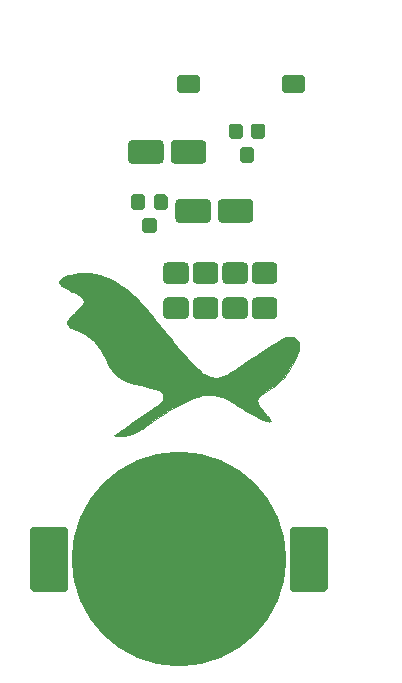
<source format=gbr>
G04 #@! TF.GenerationSoftware,KiCad,Pcbnew,(5.1.7)-1*
G04 #@! TF.CreationDate,2020-12-19T00:30:41-03:00*
G04 #@! TF.ProjectId,Sorting Hat,536f7274-696e-4672-9048-61742e6b6963,rev?*
G04 #@! TF.SameCoordinates,Original*
G04 #@! TF.FileFunction,Soldermask,Bot*
G04 #@! TF.FilePolarity,Negative*
%FSLAX46Y46*%
G04 Gerber Fmt 4.6, Leading zero omitted, Abs format (unit mm)*
G04 Created by KiCad (PCBNEW (5.1.7)-1) date 2020-12-19 00:30:41*
%MOMM*%
%LPD*%
G01*
G04 APERTURE LIST*
%ADD10C,0.010000*%
%ADD11C,18.180000*%
G04 APERTURE END LIST*
D10*
G36*
X153228099Y-67281394D02*
G01*
X153659338Y-67335713D01*
X154082171Y-67429415D01*
X154498968Y-67562755D01*
X154744612Y-67660809D01*
X155077619Y-67819920D01*
X155423316Y-68016630D01*
X155779149Y-68249043D01*
X156142566Y-68515265D01*
X156511013Y-68813399D01*
X156881936Y-69141552D01*
X157252781Y-69497828D01*
X157344310Y-69590182D01*
X157463526Y-69712603D01*
X157576580Y-69830989D01*
X157686590Y-69948964D01*
X157796672Y-70070150D01*
X157909943Y-70198169D01*
X158029519Y-70336645D01*
X158158517Y-70489200D01*
X158300054Y-70659457D01*
X158457246Y-70851038D01*
X158633210Y-71067566D01*
X158831063Y-71312665D01*
X158901467Y-71400158D01*
X159301809Y-71895670D01*
X159679369Y-72358121D01*
X160035583Y-72789170D01*
X160371885Y-73190479D01*
X160689712Y-73563707D01*
X160990497Y-73910517D01*
X161275677Y-74232569D01*
X161546685Y-74531523D01*
X161804958Y-74809041D01*
X162051930Y-75066782D01*
X162200166Y-75217539D01*
X162357994Y-75374476D01*
X162493221Y-75504135D01*
X162611297Y-75610942D01*
X162717670Y-75699325D01*
X162817790Y-75773711D01*
X162917105Y-75838529D01*
X163021066Y-75898206D01*
X163069443Y-75923851D01*
X163247583Y-76007891D01*
X163411339Y-76064851D01*
X163575478Y-76098347D01*
X163754771Y-76111996D01*
X163840583Y-76112660D01*
X163967364Y-76109724D01*
X164067544Y-76101994D01*
X164156771Y-76087401D01*
X164250688Y-76063876D01*
X164285083Y-76053887D01*
X164360975Y-76030271D01*
X164436165Y-76004290D01*
X164512934Y-75974577D01*
X164593569Y-75939767D01*
X164680353Y-75898491D01*
X164775571Y-75849383D01*
X164881507Y-75791077D01*
X165000445Y-75722206D01*
X165134670Y-75641402D01*
X165286465Y-75547298D01*
X165458116Y-75438529D01*
X165651906Y-75313727D01*
X165870120Y-75171526D01*
X166115042Y-75010558D01*
X166388956Y-74829457D01*
X166694147Y-74626855D01*
X166909750Y-74483404D01*
X167265239Y-74246912D01*
X167587637Y-74032897D01*
X167878928Y-73840131D01*
X168141098Y-73667389D01*
X168376130Y-73513444D01*
X168586009Y-73377069D01*
X168772720Y-73257038D01*
X168938246Y-73152124D01*
X169084573Y-73061102D01*
X169213684Y-72982744D01*
X169327565Y-72915824D01*
X169428199Y-72859115D01*
X169517572Y-72811392D01*
X169597667Y-72771427D01*
X169670470Y-72737994D01*
X169737964Y-72709867D01*
X169802135Y-72685818D01*
X169838585Y-72673265D01*
X170007034Y-72637698D01*
X170179841Y-72639252D01*
X170345951Y-72677253D01*
X170421252Y-72708827D01*
X170557121Y-72793589D01*
X170687177Y-72907183D01*
X170799536Y-73037614D01*
X170882315Y-73172888D01*
X170883502Y-73175380D01*
X170918980Y-73255490D01*
X170939786Y-73321563D01*
X170949681Y-73391376D01*
X170952429Y-73482708D01*
X170952456Y-73501166D01*
X170951492Y-73572417D01*
X170947109Y-73631950D01*
X170936904Y-73689269D01*
X170918473Y-73753877D01*
X170889411Y-73835279D01*
X170847315Y-73942979D01*
X170829316Y-73988000D01*
X170782459Y-74099987D01*
X170721232Y-74238992D01*
X170650522Y-74394332D01*
X170575215Y-74555323D01*
X170500196Y-74711282D01*
X170475960Y-74760583D01*
X170328393Y-75049895D01*
X170187900Y-75305164D01*
X170049919Y-75533048D01*
X169909885Y-75740204D01*
X169763233Y-75933292D01*
X169605400Y-76118970D01*
X169431821Y-76303895D01*
X169386921Y-76349297D01*
X169209892Y-76520488D01*
X169043053Y-76667257D01*
X168873724Y-76799551D01*
X168689223Y-76927319D01*
X168492050Y-77051321D01*
X168219242Y-77222153D01*
X167985780Y-77379770D01*
X167791786Y-77524075D01*
X167637381Y-77654966D01*
X167522686Y-77772344D01*
X167447823Y-77876108D01*
X167421295Y-77934062D01*
X167394720Y-78029091D01*
X167388286Y-78110498D01*
X167401775Y-78198304D01*
X167417774Y-78257147D01*
X167459179Y-78357856D01*
X167529648Y-78482750D01*
X167626411Y-78628109D01*
X167746697Y-78790214D01*
X167887734Y-78965346D01*
X168046753Y-79149786D01*
X168220982Y-79339814D01*
X168237092Y-79356829D01*
X168336171Y-79463170D01*
X168407951Y-79545234D01*
X168456050Y-79607661D01*
X168484089Y-79655089D01*
X168494905Y-79687363D01*
X168501586Y-79755126D01*
X168489058Y-79800383D01*
X168453191Y-79824497D01*
X168389854Y-79828835D01*
X168294919Y-79814761D01*
X168186311Y-79789344D01*
X168076084Y-79758296D01*
X167960819Y-79719613D01*
X167834671Y-79670853D01*
X167691795Y-79609572D01*
X167526345Y-79533326D01*
X167332476Y-79439673D01*
X167237833Y-79392902D01*
X167068636Y-79307528D01*
X166908305Y-79223594D01*
X166751413Y-79137867D01*
X166592534Y-79047117D01*
X166426241Y-78948114D01*
X166247110Y-78837626D01*
X166049713Y-78712422D01*
X165828624Y-78569272D01*
X165578417Y-78404944D01*
X165576890Y-78403936D01*
X165420421Y-78301777D01*
X165263662Y-78201535D01*
X165112974Y-78107126D01*
X164974717Y-78022464D01*
X164855251Y-77951467D01*
X164760938Y-77898051D01*
X164721406Y-77877239D01*
X164399850Y-77735428D01*
X164077209Y-77633567D01*
X163751151Y-77571547D01*
X163419345Y-77549257D01*
X163079458Y-77566588D01*
X162729157Y-77623430D01*
X162366112Y-77719671D01*
X162242500Y-77760269D01*
X161920945Y-77877360D01*
X161596992Y-78008953D01*
X161267829Y-78156634D01*
X160930642Y-78321988D01*
X160582620Y-78506601D01*
X160220951Y-78712060D01*
X159842822Y-78939950D01*
X159445420Y-79191856D01*
X159025935Y-79469366D01*
X158581552Y-79774064D01*
X158220833Y-80028071D01*
X158070692Y-80134111D01*
X157920956Y-80238442D01*
X157777819Y-80336852D01*
X157647471Y-80425129D01*
X157536108Y-80499061D01*
X157449920Y-80554436D01*
X157419465Y-80573097D01*
X157096022Y-80746698D01*
X156776055Y-80878956D01*
X156457750Y-80970532D01*
X156205693Y-81014619D01*
X156097782Y-81024079D01*
X155961436Y-81030084D01*
X155810418Y-81032587D01*
X155658489Y-81031543D01*
X155519410Y-81026908D01*
X155406943Y-81018634D01*
X155395083Y-81017299D01*
X155289250Y-81004750D01*
X155363333Y-80949626D01*
X155394434Y-80927374D01*
X155456892Y-80883457D01*
X155547244Y-80820287D01*
X155662027Y-80740273D01*
X155797776Y-80645826D01*
X155951029Y-80539357D01*
X156118321Y-80423277D01*
X156296190Y-80299996D01*
X156400500Y-80227761D01*
X156620053Y-80075762D01*
X156861311Y-79908733D01*
X157115860Y-79732499D01*
X157375290Y-79552883D01*
X157631188Y-79375710D01*
X157875141Y-79206803D01*
X158098739Y-79051987D01*
X158242000Y-78952793D01*
X158417633Y-78830622D01*
X158585619Y-78712698D01*
X158742134Y-78601780D01*
X158883354Y-78500626D01*
X159005457Y-78411994D01*
X159104619Y-78338642D01*
X159177017Y-78283328D01*
X159218827Y-78248810D01*
X159221905Y-78245908D01*
X159331238Y-78118251D01*
X159400733Y-77984432D01*
X159432884Y-77838815D01*
X159435772Y-77762315D01*
X159415900Y-77599276D01*
X159360628Y-77458323D01*
X159269099Y-77338207D01*
X159140453Y-77237682D01*
X159036752Y-77182359D01*
X158990131Y-77165130D01*
X158906214Y-77138793D01*
X158788804Y-77104397D01*
X158641702Y-77062995D01*
X158468710Y-77015636D01*
X158273628Y-76963371D01*
X158060259Y-76907251D01*
X157832403Y-76848327D01*
X157776333Y-76833974D01*
X157557122Y-76777546D01*
X157344450Y-76721996D01*
X157142946Y-76668588D01*
X156957240Y-76618583D01*
X156791961Y-76573247D01*
X156651739Y-76533840D01*
X156541203Y-76501627D01*
X156464983Y-76477871D01*
X156442833Y-76470172D01*
X156099346Y-76322173D01*
X155784806Y-76143421D01*
X155499398Y-75934064D01*
X155243305Y-75694253D01*
X155016713Y-75424139D01*
X154852300Y-75178895D01*
X154805351Y-75095643D01*
X154747672Y-74984905D01*
X154685013Y-74858189D01*
X154623121Y-74727004D01*
X154590089Y-74653964D01*
X154530796Y-74523695D01*
X154467216Y-74389529D01*
X154405232Y-74263529D01*
X154350729Y-74157762D01*
X154326041Y-74112530D01*
X154085513Y-73725753D01*
X153817643Y-73371284D01*
X153522268Y-73048982D01*
X153199226Y-72758706D01*
X152848353Y-72500316D01*
X152469485Y-72273670D01*
X152062460Y-72078628D01*
X151889396Y-72008529D01*
X151718030Y-71938724D01*
X151583002Y-71874321D01*
X151479227Y-71812001D01*
X151401618Y-71748443D01*
X151345087Y-71680329D01*
X151319571Y-71636680D01*
X151283254Y-71524442D01*
X151285437Y-71403800D01*
X151326512Y-71272857D01*
X151406868Y-71129717D01*
X151431054Y-71094720D01*
X151464853Y-71055398D01*
X151525709Y-70992830D01*
X151608804Y-70911634D01*
X151709324Y-70816426D01*
X151822453Y-70711824D01*
X151943375Y-70602445D01*
X151959553Y-70587993D01*
X152137907Y-70426621D01*
X152285319Y-70287514D01*
X152404443Y-70167184D01*
X152497933Y-70062139D01*
X152568444Y-69968890D01*
X152618630Y-69883945D01*
X152651145Y-69803816D01*
X152668643Y-69725012D01*
X152673772Y-69648833D01*
X152653310Y-69521043D01*
X152590756Y-69396412D01*
X152486246Y-69275144D01*
X152339918Y-69157439D01*
X152339059Y-69156844D01*
X152299209Y-69132948D01*
X152226220Y-69092917D01*
X152124954Y-69039275D01*
X152000274Y-68974545D01*
X151857041Y-68901249D01*
X151700118Y-68821910D01*
X151534365Y-68739052D01*
X151524143Y-68733972D01*
X151341158Y-68642228D01*
X151175066Y-68557268D01*
X151029609Y-68481100D01*
X150908529Y-68415735D01*
X150815566Y-68363180D01*
X150754463Y-68325445D01*
X150732716Y-68308987D01*
X150664117Y-68216890D01*
X150630894Y-68111297D01*
X150630966Y-67998433D01*
X150662249Y-67884523D01*
X150722660Y-67775794D01*
X150810118Y-67678470D01*
X150922540Y-67598777D01*
X150979654Y-67570783D01*
X151070787Y-67537304D01*
X151195154Y-67499875D01*
X151344098Y-67460647D01*
X151508962Y-67421766D01*
X151681089Y-67385383D01*
X151851821Y-67353646D01*
X151860250Y-67352206D01*
X152330925Y-67289894D01*
X152786085Y-67266206D01*
X153228099Y-67281394D01*
G37*
X153228099Y-67281394D02*
X153659338Y-67335713D01*
X154082171Y-67429415D01*
X154498968Y-67562755D01*
X154744612Y-67660809D01*
X155077619Y-67819920D01*
X155423316Y-68016630D01*
X155779149Y-68249043D01*
X156142566Y-68515265D01*
X156511013Y-68813399D01*
X156881936Y-69141552D01*
X157252781Y-69497828D01*
X157344310Y-69590182D01*
X157463526Y-69712603D01*
X157576580Y-69830989D01*
X157686590Y-69948964D01*
X157796672Y-70070150D01*
X157909943Y-70198169D01*
X158029519Y-70336645D01*
X158158517Y-70489200D01*
X158300054Y-70659457D01*
X158457246Y-70851038D01*
X158633210Y-71067566D01*
X158831063Y-71312665D01*
X158901467Y-71400158D01*
X159301809Y-71895670D01*
X159679369Y-72358121D01*
X160035583Y-72789170D01*
X160371885Y-73190479D01*
X160689712Y-73563707D01*
X160990497Y-73910517D01*
X161275677Y-74232569D01*
X161546685Y-74531523D01*
X161804958Y-74809041D01*
X162051930Y-75066782D01*
X162200166Y-75217539D01*
X162357994Y-75374476D01*
X162493221Y-75504135D01*
X162611297Y-75610942D01*
X162717670Y-75699325D01*
X162817790Y-75773711D01*
X162917105Y-75838529D01*
X163021066Y-75898206D01*
X163069443Y-75923851D01*
X163247583Y-76007891D01*
X163411339Y-76064851D01*
X163575478Y-76098347D01*
X163754771Y-76111996D01*
X163840583Y-76112660D01*
X163967364Y-76109724D01*
X164067544Y-76101994D01*
X164156771Y-76087401D01*
X164250688Y-76063876D01*
X164285083Y-76053887D01*
X164360975Y-76030271D01*
X164436165Y-76004290D01*
X164512934Y-75974577D01*
X164593569Y-75939767D01*
X164680353Y-75898491D01*
X164775571Y-75849383D01*
X164881507Y-75791077D01*
X165000445Y-75722206D01*
X165134670Y-75641402D01*
X165286465Y-75547298D01*
X165458116Y-75438529D01*
X165651906Y-75313727D01*
X165870120Y-75171526D01*
X166115042Y-75010558D01*
X166388956Y-74829457D01*
X166694147Y-74626855D01*
X166909750Y-74483404D01*
X167265239Y-74246912D01*
X167587637Y-74032897D01*
X167878928Y-73840131D01*
X168141098Y-73667389D01*
X168376130Y-73513444D01*
X168586009Y-73377069D01*
X168772720Y-73257038D01*
X168938246Y-73152124D01*
X169084573Y-73061102D01*
X169213684Y-72982744D01*
X169327565Y-72915824D01*
X169428199Y-72859115D01*
X169517572Y-72811392D01*
X169597667Y-72771427D01*
X169670470Y-72737994D01*
X169737964Y-72709867D01*
X169802135Y-72685818D01*
X169838585Y-72673265D01*
X170007034Y-72637698D01*
X170179841Y-72639252D01*
X170345951Y-72677253D01*
X170421252Y-72708827D01*
X170557121Y-72793589D01*
X170687177Y-72907183D01*
X170799536Y-73037614D01*
X170882315Y-73172888D01*
X170883502Y-73175380D01*
X170918980Y-73255490D01*
X170939786Y-73321563D01*
X170949681Y-73391376D01*
X170952429Y-73482708D01*
X170952456Y-73501166D01*
X170951492Y-73572417D01*
X170947109Y-73631950D01*
X170936904Y-73689269D01*
X170918473Y-73753877D01*
X170889411Y-73835279D01*
X170847315Y-73942979D01*
X170829316Y-73988000D01*
X170782459Y-74099987D01*
X170721232Y-74238992D01*
X170650522Y-74394332D01*
X170575215Y-74555323D01*
X170500196Y-74711282D01*
X170475960Y-74760583D01*
X170328393Y-75049895D01*
X170187900Y-75305164D01*
X170049919Y-75533048D01*
X169909885Y-75740204D01*
X169763233Y-75933292D01*
X169605400Y-76118970D01*
X169431821Y-76303895D01*
X169386921Y-76349297D01*
X169209892Y-76520488D01*
X169043053Y-76667257D01*
X168873724Y-76799551D01*
X168689223Y-76927319D01*
X168492050Y-77051321D01*
X168219242Y-77222153D01*
X167985780Y-77379770D01*
X167791786Y-77524075D01*
X167637381Y-77654966D01*
X167522686Y-77772344D01*
X167447823Y-77876108D01*
X167421295Y-77934062D01*
X167394720Y-78029091D01*
X167388286Y-78110498D01*
X167401775Y-78198304D01*
X167417774Y-78257147D01*
X167459179Y-78357856D01*
X167529648Y-78482750D01*
X167626411Y-78628109D01*
X167746697Y-78790214D01*
X167887734Y-78965346D01*
X168046753Y-79149786D01*
X168220982Y-79339814D01*
X168237092Y-79356829D01*
X168336171Y-79463170D01*
X168407951Y-79545234D01*
X168456050Y-79607661D01*
X168484089Y-79655089D01*
X168494905Y-79687363D01*
X168501586Y-79755126D01*
X168489058Y-79800383D01*
X168453191Y-79824497D01*
X168389854Y-79828835D01*
X168294919Y-79814761D01*
X168186311Y-79789344D01*
X168076084Y-79758296D01*
X167960819Y-79719613D01*
X167834671Y-79670853D01*
X167691795Y-79609572D01*
X167526345Y-79533326D01*
X167332476Y-79439673D01*
X167237833Y-79392902D01*
X167068636Y-79307528D01*
X166908305Y-79223594D01*
X166751413Y-79137867D01*
X166592534Y-79047117D01*
X166426241Y-78948114D01*
X166247110Y-78837626D01*
X166049713Y-78712422D01*
X165828624Y-78569272D01*
X165578417Y-78404944D01*
X165576890Y-78403936D01*
X165420421Y-78301777D01*
X165263662Y-78201535D01*
X165112974Y-78107126D01*
X164974717Y-78022464D01*
X164855251Y-77951467D01*
X164760938Y-77898051D01*
X164721406Y-77877239D01*
X164399850Y-77735428D01*
X164077209Y-77633567D01*
X163751151Y-77571547D01*
X163419345Y-77549257D01*
X163079458Y-77566588D01*
X162729157Y-77623430D01*
X162366112Y-77719671D01*
X162242500Y-77760269D01*
X161920945Y-77877360D01*
X161596992Y-78008953D01*
X161267829Y-78156634D01*
X160930642Y-78321988D01*
X160582620Y-78506601D01*
X160220951Y-78712060D01*
X159842822Y-78939950D01*
X159445420Y-79191856D01*
X159025935Y-79469366D01*
X158581552Y-79774064D01*
X158220833Y-80028071D01*
X158070692Y-80134111D01*
X157920956Y-80238442D01*
X157777819Y-80336852D01*
X157647471Y-80425129D01*
X157536108Y-80499061D01*
X157449920Y-80554436D01*
X157419465Y-80573097D01*
X157096022Y-80746698D01*
X156776055Y-80878956D01*
X156457750Y-80970532D01*
X156205693Y-81014619D01*
X156097782Y-81024079D01*
X155961436Y-81030084D01*
X155810418Y-81032587D01*
X155658489Y-81031543D01*
X155519410Y-81026908D01*
X155406943Y-81018634D01*
X155395083Y-81017299D01*
X155289250Y-81004750D01*
X155363333Y-80949626D01*
X155394434Y-80927374D01*
X155456892Y-80883457D01*
X155547244Y-80820287D01*
X155662027Y-80740273D01*
X155797776Y-80645826D01*
X155951029Y-80539357D01*
X156118321Y-80423277D01*
X156296190Y-80299996D01*
X156400500Y-80227761D01*
X156620053Y-80075762D01*
X156861311Y-79908733D01*
X157115860Y-79732499D01*
X157375290Y-79552883D01*
X157631188Y-79375710D01*
X157875141Y-79206803D01*
X158098739Y-79051987D01*
X158242000Y-78952793D01*
X158417633Y-78830622D01*
X158585619Y-78712698D01*
X158742134Y-78601780D01*
X158883354Y-78500626D01*
X159005457Y-78411994D01*
X159104619Y-78338642D01*
X159177017Y-78283328D01*
X159218827Y-78248810D01*
X159221905Y-78245908D01*
X159331238Y-78118251D01*
X159400733Y-77984432D01*
X159432884Y-77838815D01*
X159435772Y-77762315D01*
X159415900Y-77599276D01*
X159360628Y-77458323D01*
X159269099Y-77338207D01*
X159140453Y-77237682D01*
X159036752Y-77182359D01*
X158990131Y-77165130D01*
X158906214Y-77138793D01*
X158788804Y-77104397D01*
X158641702Y-77062995D01*
X158468710Y-77015636D01*
X158273628Y-76963371D01*
X158060259Y-76907251D01*
X157832403Y-76848327D01*
X157776333Y-76833974D01*
X157557122Y-76777546D01*
X157344450Y-76721996D01*
X157142946Y-76668588D01*
X156957240Y-76618583D01*
X156791961Y-76573247D01*
X156651739Y-76533840D01*
X156541203Y-76501627D01*
X156464983Y-76477871D01*
X156442833Y-76470172D01*
X156099346Y-76322173D01*
X155784806Y-76143421D01*
X155499398Y-75934064D01*
X155243305Y-75694253D01*
X155016713Y-75424139D01*
X154852300Y-75178895D01*
X154805351Y-75095643D01*
X154747672Y-74984905D01*
X154685013Y-74858189D01*
X154623121Y-74727004D01*
X154590089Y-74653964D01*
X154530796Y-74523695D01*
X154467216Y-74389529D01*
X154405232Y-74263529D01*
X154350729Y-74157762D01*
X154326041Y-74112530D01*
X154085513Y-73725753D01*
X153817643Y-73371284D01*
X153522268Y-73048982D01*
X153199226Y-72758706D01*
X152848353Y-72500316D01*
X152469485Y-72273670D01*
X152062460Y-72078628D01*
X151889396Y-72008529D01*
X151718030Y-71938724D01*
X151583002Y-71874321D01*
X151479227Y-71812001D01*
X151401618Y-71748443D01*
X151345087Y-71680329D01*
X151319571Y-71636680D01*
X151283254Y-71524442D01*
X151285437Y-71403800D01*
X151326512Y-71272857D01*
X151406868Y-71129717D01*
X151431054Y-71094720D01*
X151464853Y-71055398D01*
X151525709Y-70992830D01*
X151608804Y-70911634D01*
X151709324Y-70816426D01*
X151822453Y-70711824D01*
X151943375Y-70602445D01*
X151959553Y-70587993D01*
X152137907Y-70426621D01*
X152285319Y-70287514D01*
X152404443Y-70167184D01*
X152497933Y-70062139D01*
X152568444Y-69968890D01*
X152618630Y-69883945D01*
X152651145Y-69803816D01*
X152668643Y-69725012D01*
X152673772Y-69648833D01*
X152653310Y-69521043D01*
X152590756Y-69396412D01*
X152486246Y-69275144D01*
X152339918Y-69157439D01*
X152339059Y-69156844D01*
X152299209Y-69132948D01*
X152226220Y-69092917D01*
X152124954Y-69039275D01*
X152000274Y-68974545D01*
X151857041Y-68901249D01*
X151700118Y-68821910D01*
X151534365Y-68739052D01*
X151524143Y-68733972D01*
X151341158Y-68642228D01*
X151175066Y-68557268D01*
X151029609Y-68481100D01*
X150908529Y-68415735D01*
X150815566Y-68363180D01*
X150754463Y-68325445D01*
X150732716Y-68308987D01*
X150664117Y-68216890D01*
X150630894Y-68111297D01*
X150630966Y-67998433D01*
X150662249Y-67884523D01*
X150722660Y-67775794D01*
X150810118Y-67678470D01*
X150922540Y-67598777D01*
X150979654Y-67570783D01*
X151070787Y-67537304D01*
X151195154Y-67499875D01*
X151344098Y-67460647D01*
X151508962Y-67421766D01*
X151681089Y-67385383D01*
X151851821Y-67353646D01*
X151860250Y-67352206D01*
X152330925Y-67289894D01*
X152786085Y-67266206D01*
X153228099Y-67281394D01*
G36*
G01*
X160599999Y-51800000D02*
X160599999Y-50700000D01*
G75*
G02*
X160799999Y-50500000I200000J0D01*
G01*
X162299999Y-50500000D01*
G75*
G02*
X162499999Y-50700000I0J-200000D01*
G01*
X162499999Y-51800000D01*
G75*
G02*
X162299999Y-52000000I-200000J0D01*
G01*
X160799999Y-52000000D01*
G75*
G02*
X160599999Y-51800000I0J200000D01*
G01*
G37*
G36*
G01*
X169500001Y-51800000D02*
X169500001Y-50700000D01*
G75*
G02*
X169700001Y-50500000I200000J0D01*
G01*
X171200001Y-50500000D01*
G75*
G02*
X171400001Y-50700000I0J-200000D01*
G01*
X171400001Y-51800000D01*
G75*
G02*
X171200001Y-52000000I-200000J0D01*
G01*
X169700001Y-52000000D01*
G75*
G02*
X169500001Y-51800000I0J200000D01*
G01*
G37*
G36*
G01*
X148170000Y-94040001D02*
X148170000Y-88959999D01*
G75*
G02*
X148369999Y-88760000I199999J0D01*
G01*
X151160001Y-88760000D01*
G75*
G02*
X151360000Y-88959999I0J-199999D01*
G01*
X151360000Y-94040001D01*
G75*
G02*
X151160001Y-94240000I-199999J0D01*
G01*
X148369999Y-94240000D01*
G75*
G02*
X148170000Y-94040001I0J199999D01*
G01*
G37*
G36*
G01*
X170140000Y-94040001D02*
X170140000Y-88959999D01*
G75*
G02*
X170339999Y-88760000I199999J0D01*
G01*
X173130001Y-88760000D01*
G75*
G02*
X173330000Y-88959999I0J-199999D01*
G01*
X173330000Y-94040001D01*
G75*
G02*
X173130001Y-94240000I-199999J0D01*
G01*
X170339999Y-94240000D01*
G75*
G02*
X170140000Y-94040001I0J199999D01*
G01*
G37*
D11*
X160750000Y-91500000D03*
G36*
G01*
X162245175Y-66350000D02*
X163754825Y-66350000D01*
G75*
G02*
X164075000Y-66670175I0J-320175D01*
G01*
X164075000Y-67854825D01*
G75*
G02*
X163754825Y-68175000I-320175J0D01*
G01*
X162245175Y-68175000D01*
G75*
G02*
X161925000Y-67854825I0J320175D01*
G01*
X161925000Y-66670175D01*
G75*
G02*
X162245175Y-66350000I320175J0D01*
G01*
G37*
G36*
G01*
X162245175Y-69325000D02*
X163754825Y-69325000D01*
G75*
G02*
X164075000Y-69645175I0J-320175D01*
G01*
X164075000Y-70829825D01*
G75*
G02*
X163754825Y-71150000I-320175J0D01*
G01*
X162245175Y-71150000D01*
G75*
G02*
X161925000Y-70829825I0J320175D01*
G01*
X161925000Y-69645175D01*
G75*
G02*
X162245175Y-69325000I320175J0D01*
G01*
G37*
G36*
G01*
X159745175Y-66350000D02*
X161254825Y-66350000D01*
G75*
G02*
X161575000Y-66670175I0J-320175D01*
G01*
X161575000Y-67854825D01*
G75*
G02*
X161254825Y-68175000I-320175J0D01*
G01*
X159745175Y-68175000D01*
G75*
G02*
X159425000Y-67854825I0J320175D01*
G01*
X159425000Y-66670175D01*
G75*
G02*
X159745175Y-66350000I320175J0D01*
G01*
G37*
G36*
G01*
X159745175Y-69325000D02*
X161254825Y-69325000D01*
G75*
G02*
X161575000Y-69645175I0J-320175D01*
G01*
X161575000Y-70829825D01*
G75*
G02*
X161254825Y-71150000I-320175J0D01*
G01*
X159745175Y-71150000D01*
G75*
G02*
X159425000Y-70829825I0J320175D01*
G01*
X159425000Y-69645175D01*
G75*
G02*
X159745175Y-69325000I320175J0D01*
G01*
G37*
G36*
G01*
X167245175Y-69325000D02*
X168754825Y-69325000D01*
G75*
G02*
X169075000Y-69645175I0J-320175D01*
G01*
X169075000Y-70829825D01*
G75*
G02*
X168754825Y-71150000I-320175J0D01*
G01*
X167245175Y-71150000D01*
G75*
G02*
X166925000Y-70829825I0J320175D01*
G01*
X166925000Y-69645175D01*
G75*
G02*
X167245175Y-69325000I320175J0D01*
G01*
G37*
G36*
G01*
X167245175Y-66350000D02*
X168754825Y-66350000D01*
G75*
G02*
X169075000Y-66670175I0J-320175D01*
G01*
X169075000Y-67854825D01*
G75*
G02*
X168754825Y-68175000I-320175J0D01*
G01*
X167245175Y-68175000D01*
G75*
G02*
X166925000Y-67854825I0J320175D01*
G01*
X166925000Y-66670175D01*
G75*
G02*
X167245175Y-66350000I320175J0D01*
G01*
G37*
G36*
G01*
X164745175Y-69325000D02*
X166254825Y-69325000D01*
G75*
G02*
X166575000Y-69645175I0J-320175D01*
G01*
X166575000Y-70829825D01*
G75*
G02*
X166254825Y-71150000I-320175J0D01*
G01*
X164745175Y-71150000D01*
G75*
G02*
X164425000Y-70829825I0J320175D01*
G01*
X164425000Y-69645175D01*
G75*
G02*
X164745175Y-69325000I320175J0D01*
G01*
G37*
G36*
G01*
X164745175Y-66350000D02*
X166254825Y-66350000D01*
G75*
G02*
X166575000Y-66670175I0J-320175D01*
G01*
X166575000Y-67854825D01*
G75*
G02*
X166254825Y-68175000I-320175J0D01*
G01*
X164745175Y-68175000D01*
G75*
G02*
X164425000Y-67854825I0J320175D01*
G01*
X164425000Y-66670175D01*
G75*
G02*
X164745175Y-66350000I320175J0D01*
G01*
G37*
G36*
G01*
X159780921Y-75373314D02*
X158624462Y-76343698D01*
G75*
G02*
X158173389Y-76304235I-205805J245268D01*
G01*
X157411910Y-75396741D01*
G75*
G02*
X157451373Y-74945668I245268J205805D01*
G01*
X158607832Y-73975284D01*
G75*
G02*
X159058905Y-74014747I205805J-245268D01*
G01*
X159820384Y-74922241D01*
G75*
G02*
X159780921Y-75373314I-245268J-205805D01*
G01*
G37*
G36*
G01*
X157868627Y-73094332D02*
X156712168Y-74064716D01*
G75*
G02*
X156261095Y-74025253I-205805J245268D01*
G01*
X155499616Y-73117759D01*
G75*
G02*
X155539079Y-72666686I245268J205805D01*
G01*
X156695538Y-71696302D01*
G75*
G02*
X157146611Y-71735765I205805J-245268D01*
G01*
X157908090Y-72643259D01*
G75*
G02*
X157868627Y-73094332I-245268J-205805D01*
G01*
G37*
G36*
G01*
X168293480Y-76146786D02*
X167384950Y-74941126D01*
G75*
G02*
X167447967Y-74492737I255703J192686D01*
G01*
X168394071Y-73779797D01*
G75*
G02*
X168842460Y-73842814I192686J-255703D01*
G01*
X169750990Y-75048474D01*
G75*
G02*
X169687973Y-75496863I-255703J-192686D01*
G01*
X168741869Y-76209803D01*
G75*
G02*
X168293480Y-76146786I-192686J255703D01*
G01*
G37*
G36*
G01*
X165917540Y-77937186D02*
X165009010Y-76731526D01*
G75*
G02*
X165072027Y-76283137I255703J192686D01*
G01*
X166018131Y-75570197D01*
G75*
G02*
X166466520Y-75633214I192686J-255703D01*
G01*
X167375050Y-76838874D01*
G75*
G02*
X167312033Y-77287263I-255703J-192686D01*
G01*
X166365929Y-78000203D01*
G75*
G02*
X165917540Y-77937186I-192686J255703D01*
G01*
G37*
G36*
G01*
X156900000Y-60600000D02*
X157700000Y-60600000D01*
G75*
G02*
X157900000Y-60800000I0J-200000D01*
G01*
X157900000Y-61700000D01*
G75*
G02*
X157700000Y-61900000I-200000J0D01*
G01*
X156900000Y-61900000D01*
G75*
G02*
X156700000Y-61700000I0J200000D01*
G01*
X156700000Y-60800000D01*
G75*
G02*
X156900000Y-60600000I200000J0D01*
G01*
G37*
G36*
G01*
X158800000Y-60600000D02*
X159600000Y-60600000D01*
G75*
G02*
X159800000Y-60800000I0J-200000D01*
G01*
X159800000Y-61700000D01*
G75*
G02*
X159600000Y-61900000I-200000J0D01*
G01*
X158800000Y-61900000D01*
G75*
G02*
X158600000Y-61700000I0J200000D01*
G01*
X158600000Y-60800000D01*
G75*
G02*
X158800000Y-60600000I200000J0D01*
G01*
G37*
G36*
G01*
X157850000Y-62600000D02*
X158650000Y-62600000D01*
G75*
G02*
X158850000Y-62800000I0J-200000D01*
G01*
X158850000Y-63700000D01*
G75*
G02*
X158650000Y-63900000I-200000J0D01*
G01*
X157850000Y-63900000D01*
G75*
G02*
X157650000Y-63700000I0J200000D01*
G01*
X157650000Y-62800000D01*
G75*
G02*
X157850000Y-62600000I200000J0D01*
G01*
G37*
G36*
G01*
X166100000Y-56600000D02*
X166900000Y-56600000D01*
G75*
G02*
X167100000Y-56800000I0J-200000D01*
G01*
X167100000Y-57700000D01*
G75*
G02*
X166900000Y-57900000I-200000J0D01*
G01*
X166100000Y-57900000D01*
G75*
G02*
X165900000Y-57700000I0J200000D01*
G01*
X165900000Y-56800000D01*
G75*
G02*
X166100000Y-56600000I200000J0D01*
G01*
G37*
G36*
G01*
X167050000Y-54600000D02*
X167850000Y-54600000D01*
G75*
G02*
X168050000Y-54800000I0J-200000D01*
G01*
X168050000Y-55700000D01*
G75*
G02*
X167850000Y-55900000I-200000J0D01*
G01*
X167050000Y-55900000D01*
G75*
G02*
X166850000Y-55700000I0J200000D01*
G01*
X166850000Y-54800000D01*
G75*
G02*
X167050000Y-54600000I200000J0D01*
G01*
G37*
G36*
G01*
X165150000Y-54600000D02*
X165950000Y-54600000D01*
G75*
G02*
X166150000Y-54800000I0J-200000D01*
G01*
X166150000Y-55700000D01*
G75*
G02*
X165950000Y-55900000I-200000J0D01*
G01*
X165150000Y-55900000D01*
G75*
G02*
X164950000Y-55700000I0J200000D01*
G01*
X164950000Y-54800000D01*
G75*
G02*
X165150000Y-54600000I200000J0D01*
G01*
G37*
G36*
G01*
X156450000Y-57687500D02*
X156450000Y-56312500D01*
G75*
G02*
X156762500Y-56000000I312500J0D01*
G01*
X159137500Y-56000000D01*
G75*
G02*
X159450000Y-56312500I0J-312500D01*
G01*
X159450000Y-57687500D01*
G75*
G02*
X159137500Y-58000000I-312500J0D01*
G01*
X156762500Y-58000000D01*
G75*
G02*
X156450000Y-57687500I0J312500D01*
G01*
G37*
G36*
G01*
X160050000Y-57687500D02*
X160050000Y-56312500D01*
G75*
G02*
X160362500Y-56000000I312500J0D01*
G01*
X162737500Y-56000000D01*
G75*
G02*
X163050000Y-56312500I0J-312500D01*
G01*
X163050000Y-57687500D01*
G75*
G02*
X162737500Y-58000000I-312500J0D01*
G01*
X160362500Y-58000000D01*
G75*
G02*
X160050000Y-57687500I0J312500D01*
G01*
G37*
G36*
G01*
X163450000Y-61312500D02*
X163450000Y-62687500D01*
G75*
G02*
X163137500Y-63000000I-312500J0D01*
G01*
X160762500Y-63000000D01*
G75*
G02*
X160450000Y-62687500I0J312500D01*
G01*
X160450000Y-61312500D01*
G75*
G02*
X160762500Y-61000000I312500J0D01*
G01*
X163137500Y-61000000D01*
G75*
G02*
X163450000Y-61312500I0J-312500D01*
G01*
G37*
G36*
G01*
X167050000Y-61312500D02*
X167050000Y-62687500D01*
G75*
G02*
X166737500Y-63000000I-312500J0D01*
G01*
X164362500Y-63000000D01*
G75*
G02*
X164050000Y-62687500I0J312500D01*
G01*
X164050000Y-61312500D01*
G75*
G02*
X164362500Y-61000000I312500J0D01*
G01*
X166737500Y-61000000D01*
G75*
G02*
X167050000Y-61312500I0J-312500D01*
G01*
G37*
M02*

</source>
